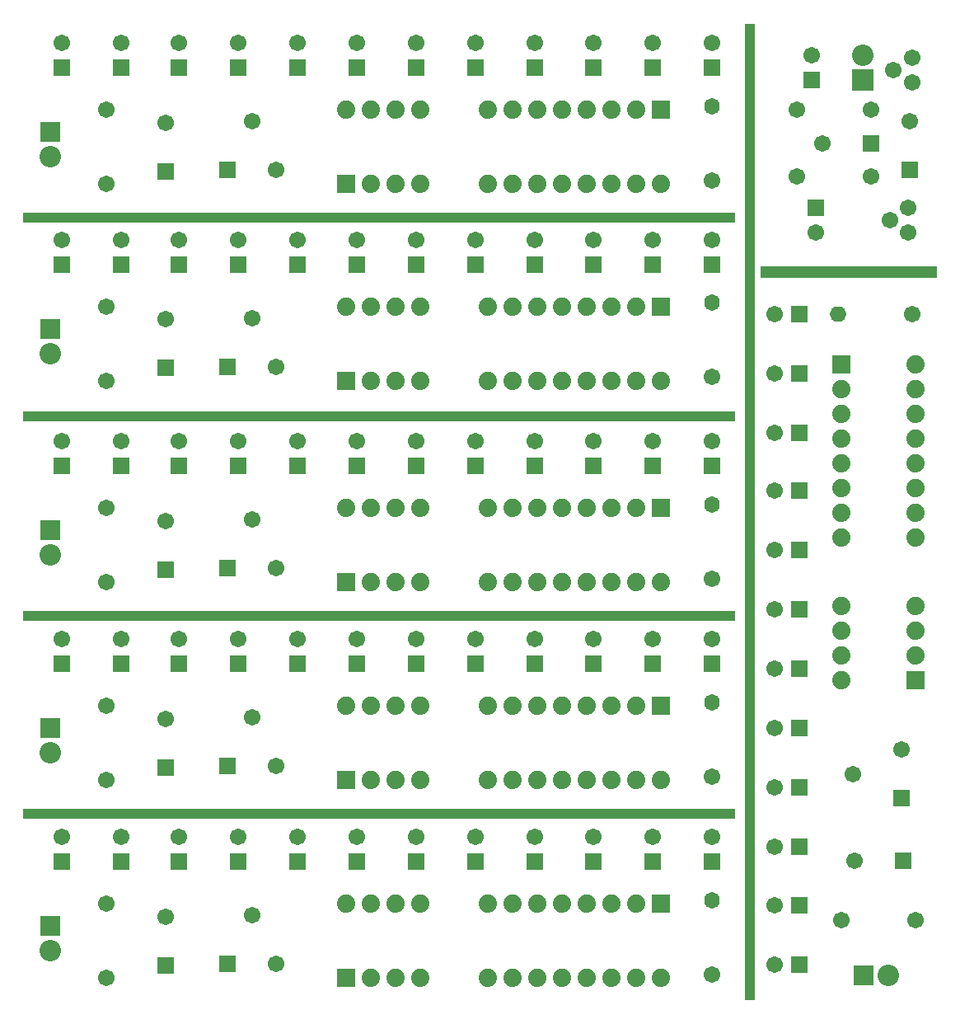
<source format=gts>
G04 Layer_Color=8388736*
%FSLAX25Y25*%
%MOIN*%
G70*
G01*
G75*
%ADD41O,0.06312X0.06706*%
%ADD42C,0.06706*%
%ADD43R,0.07400X0.07400*%
%ADD44C,0.07400*%
%ADD45R,0.06737X0.06737*%
%ADD46C,0.06737*%
%ADD47R,0.06706X0.06706*%
%ADD48R,0.08280X0.08280*%
%ADD49C,0.08674*%
%ADD50R,0.06706X0.06706*%
%ADD51R,0.06737X0.06737*%
%ADD52O,0.06706X0.06312*%
%ADD53R,0.07400X0.07400*%
%ADD54R,0.08280X0.08280*%
%ADD55R,2.88202X0.03950*%
%ADD56R,0.03950X3.94501*%
%ADD57R,0.08674X0.08674*%
%ADD58R,0.71666X0.04737*%
D41*
X282500Y44500D02*
D03*
Y124500D02*
D03*
Y204500D02*
D03*
Y286000D02*
D03*
Y365500D02*
D03*
D42*
Y14500D02*
D03*
X61500Y37843D02*
D03*
X37500Y43000D02*
D03*
Y13000D02*
D03*
X19500Y70000D02*
D03*
X282500D02*
D03*
X43500D02*
D03*
X258500D02*
D03*
X67000D02*
D03*
X234500D02*
D03*
X91000D02*
D03*
X211000D02*
D03*
X115000D02*
D03*
X187000D02*
D03*
X139000D02*
D03*
X163000D02*
D03*
X19500Y150000D02*
D03*
X282500D02*
D03*
X43500D02*
D03*
X258500D02*
D03*
X67000D02*
D03*
X234500D02*
D03*
X91000D02*
D03*
X211000D02*
D03*
X115000D02*
D03*
X37500Y123000D02*
D03*
Y93000D02*
D03*
X187000Y150000D02*
D03*
X61500Y117843D02*
D03*
X139000Y150000D02*
D03*
X163000D02*
D03*
X282500Y94500D02*
D03*
X19500Y230000D02*
D03*
X282500D02*
D03*
X43500D02*
D03*
X258500D02*
D03*
X67000D02*
D03*
X234500D02*
D03*
X91000D02*
D03*
X211000D02*
D03*
X115000D02*
D03*
X37500Y203000D02*
D03*
Y173000D02*
D03*
X187000Y230000D02*
D03*
X61500Y197843D02*
D03*
X139000Y230000D02*
D03*
X163000D02*
D03*
X282500Y174500D02*
D03*
X19500Y311500D02*
D03*
X282500D02*
D03*
X43500D02*
D03*
X258500D02*
D03*
X67000D02*
D03*
X234500D02*
D03*
X91000D02*
D03*
X211000D02*
D03*
X115000D02*
D03*
X37500Y284500D02*
D03*
Y254500D02*
D03*
X187000Y311500D02*
D03*
X61500Y279343D02*
D03*
X139000Y311500D02*
D03*
X163000D02*
D03*
X282500Y256000D02*
D03*
X19500Y391000D02*
D03*
X282500D02*
D03*
X43500D02*
D03*
X258500D02*
D03*
X67000D02*
D03*
X234500D02*
D03*
X91000D02*
D03*
X211000D02*
D03*
X115000D02*
D03*
X37500Y364000D02*
D03*
Y334000D02*
D03*
X187000Y391000D02*
D03*
X61500Y358843D02*
D03*
X139000Y391000D02*
D03*
X163000D02*
D03*
X282500Y335500D02*
D03*
X308000Y18500D02*
D03*
Y281500D02*
D03*
Y42500D02*
D03*
Y257500D02*
D03*
Y66000D02*
D03*
Y233500D02*
D03*
Y90000D02*
D03*
Y210000D02*
D03*
Y114000D02*
D03*
X335000Y36500D02*
D03*
X365000D02*
D03*
X308000Y186000D02*
D03*
X340157Y60500D02*
D03*
X308000Y138000D02*
D03*
Y162000D02*
D03*
X363500Y281500D02*
D03*
X362563Y359279D02*
D03*
X327221Y350437D02*
D03*
X324563Y314437D02*
D03*
X323063Y385937D02*
D03*
X362063Y324437D02*
D03*
X354563Y319437D02*
D03*
X362063Y314437D02*
D03*
X363563Y384937D02*
D03*
X356063Y379937D02*
D03*
X363563Y374937D02*
D03*
X317063Y336937D02*
D03*
X347063D02*
D03*
X317063Y363937D02*
D03*
X347063D02*
D03*
D43*
X262000Y43000D02*
D03*
X134500Y13000D02*
D03*
X262000Y123000D02*
D03*
X134500Y93000D02*
D03*
X262000Y203000D02*
D03*
X134500Y173000D02*
D03*
X262000Y284500D02*
D03*
X134500Y254500D02*
D03*
X262000Y364000D02*
D03*
X134500Y334000D02*
D03*
D44*
X252000Y43000D02*
D03*
X242000D02*
D03*
X232000D02*
D03*
X222000D02*
D03*
X212000D02*
D03*
X202000D02*
D03*
X192000D02*
D03*
Y13000D02*
D03*
X202000D02*
D03*
X212000D02*
D03*
X222000D02*
D03*
X232000D02*
D03*
X242000D02*
D03*
X252000D02*
D03*
X262000D02*
D03*
X144500D02*
D03*
X154500D02*
D03*
X164500D02*
D03*
Y43000D02*
D03*
X154500D02*
D03*
X144500D02*
D03*
X134500D02*
D03*
X252000Y123000D02*
D03*
X242000D02*
D03*
X232000D02*
D03*
X222000D02*
D03*
X212000D02*
D03*
X202000D02*
D03*
X192000D02*
D03*
Y93000D02*
D03*
X202000D02*
D03*
X212000D02*
D03*
X222000D02*
D03*
X232000D02*
D03*
X242000D02*
D03*
X252000D02*
D03*
X262000D02*
D03*
X144500D02*
D03*
X154500D02*
D03*
X164500D02*
D03*
Y123000D02*
D03*
X154500D02*
D03*
X144500D02*
D03*
X134500D02*
D03*
X252000Y203000D02*
D03*
X242000D02*
D03*
X232000D02*
D03*
X222000D02*
D03*
X212000D02*
D03*
X202000D02*
D03*
X192000D02*
D03*
Y173000D02*
D03*
X202000D02*
D03*
X212000D02*
D03*
X222000D02*
D03*
X232000D02*
D03*
X242000D02*
D03*
X252000D02*
D03*
X262000D02*
D03*
X144500D02*
D03*
X154500D02*
D03*
X164500D02*
D03*
Y203000D02*
D03*
X154500D02*
D03*
X144500D02*
D03*
X134500D02*
D03*
X252000Y284500D02*
D03*
X242000D02*
D03*
X232000D02*
D03*
X222000D02*
D03*
X212000D02*
D03*
X202000D02*
D03*
X192000D02*
D03*
Y254500D02*
D03*
X202000D02*
D03*
X212000D02*
D03*
X222000D02*
D03*
X232000D02*
D03*
X242000D02*
D03*
X252000D02*
D03*
X262000D02*
D03*
X144500D02*
D03*
X154500D02*
D03*
X164500D02*
D03*
Y284500D02*
D03*
X154500D02*
D03*
X144500D02*
D03*
X134500D02*
D03*
X252000Y364000D02*
D03*
X242000D02*
D03*
X232000D02*
D03*
X222000D02*
D03*
X212000D02*
D03*
X202000D02*
D03*
X192000D02*
D03*
Y334000D02*
D03*
X202000D02*
D03*
X212000D02*
D03*
X222000D02*
D03*
X232000D02*
D03*
X242000D02*
D03*
X252000D02*
D03*
X262000D02*
D03*
X144500D02*
D03*
X154500D02*
D03*
X164500D02*
D03*
Y364000D02*
D03*
X154500D02*
D03*
X144500D02*
D03*
X134500D02*
D03*
X335000Y251000D02*
D03*
Y241000D02*
D03*
Y231000D02*
D03*
Y221000D02*
D03*
Y211000D02*
D03*
Y201000D02*
D03*
Y191000D02*
D03*
X365000D02*
D03*
Y201000D02*
D03*
Y211000D02*
D03*
Y221000D02*
D03*
Y231000D02*
D03*
Y241000D02*
D03*
Y251000D02*
D03*
Y261000D02*
D03*
Y143500D02*
D03*
Y153500D02*
D03*
Y163500D02*
D03*
X335000D02*
D03*
Y153500D02*
D03*
Y143500D02*
D03*
Y133500D02*
D03*
D45*
X86657Y18657D02*
D03*
Y98657D02*
D03*
Y178657D02*
D03*
Y260157D02*
D03*
Y339657D02*
D03*
D46*
X96500Y38343D02*
D03*
X106343Y18657D02*
D03*
X96500Y118343D02*
D03*
X106343Y98657D02*
D03*
X96500Y198343D02*
D03*
X106343Y178657D02*
D03*
X96500Y279843D02*
D03*
X106343Y260157D02*
D03*
X96500Y359343D02*
D03*
X106343Y339657D02*
D03*
X339657Y95500D02*
D03*
X359343Y105343D02*
D03*
D47*
X61500Y18157D02*
D03*
X19500Y60000D02*
D03*
X282500D02*
D03*
X43500D02*
D03*
X258500D02*
D03*
X67000D02*
D03*
X234500D02*
D03*
X91000D02*
D03*
X211000D02*
D03*
X115000D02*
D03*
X187000D02*
D03*
X139000D02*
D03*
X163000D02*
D03*
X19500Y140000D02*
D03*
X282500D02*
D03*
X43500D02*
D03*
X258500D02*
D03*
X67000D02*
D03*
X234500D02*
D03*
X91000D02*
D03*
X211000D02*
D03*
X115000D02*
D03*
X187000D02*
D03*
X61500Y98157D02*
D03*
X139000Y140000D02*
D03*
X163000D02*
D03*
X19500Y220000D02*
D03*
X282500D02*
D03*
X43500D02*
D03*
X258500D02*
D03*
X67000D02*
D03*
X234500D02*
D03*
X91000D02*
D03*
X211000D02*
D03*
X115000D02*
D03*
X187000D02*
D03*
X61500Y178157D02*
D03*
X139000Y220000D02*
D03*
X163000D02*
D03*
X19500Y301500D02*
D03*
X282500D02*
D03*
X43500D02*
D03*
X258500D02*
D03*
X67000D02*
D03*
X234500D02*
D03*
X91000D02*
D03*
X211000D02*
D03*
X115000D02*
D03*
X187000D02*
D03*
X61500Y259657D02*
D03*
X139000Y301500D02*
D03*
X163000D02*
D03*
X19500Y381000D02*
D03*
X282500D02*
D03*
X43500D02*
D03*
X258500D02*
D03*
X67000D02*
D03*
X234500D02*
D03*
X91000D02*
D03*
X211000D02*
D03*
X115000D02*
D03*
X187000D02*
D03*
X61500Y339157D02*
D03*
X139000Y381000D02*
D03*
X163000D02*
D03*
X362563Y339595D02*
D03*
X324563Y324437D02*
D03*
X323063Y375937D02*
D03*
D48*
X15000Y34000D02*
D03*
Y114000D02*
D03*
Y194000D02*
D03*
Y275500D02*
D03*
Y355000D02*
D03*
D49*
Y24000D02*
D03*
Y104000D02*
D03*
Y184000D02*
D03*
Y265500D02*
D03*
Y345000D02*
D03*
X354000Y14000D02*
D03*
X343563Y385937D02*
D03*
D50*
X318000Y18500D02*
D03*
Y281500D02*
D03*
Y42500D02*
D03*
Y257500D02*
D03*
Y66000D02*
D03*
Y233500D02*
D03*
Y90000D02*
D03*
Y210000D02*
D03*
Y114000D02*
D03*
Y186000D02*
D03*
X359843Y60500D02*
D03*
X318000Y138000D02*
D03*
Y162000D02*
D03*
X346905Y350437D02*
D03*
D51*
X359343Y85657D02*
D03*
D52*
X333500Y281500D02*
D03*
D53*
X335000Y261000D02*
D03*
X365000Y133500D02*
D03*
D54*
X344000Y14000D02*
D03*
D55*
X148000Y79500D02*
D03*
Y159500D02*
D03*
Y240000D02*
D03*
Y320500D02*
D03*
D56*
X298000Y201500D02*
D03*
D57*
X343563Y375937D02*
D03*
D58*
X338000Y298500D02*
D03*
M02*

</source>
